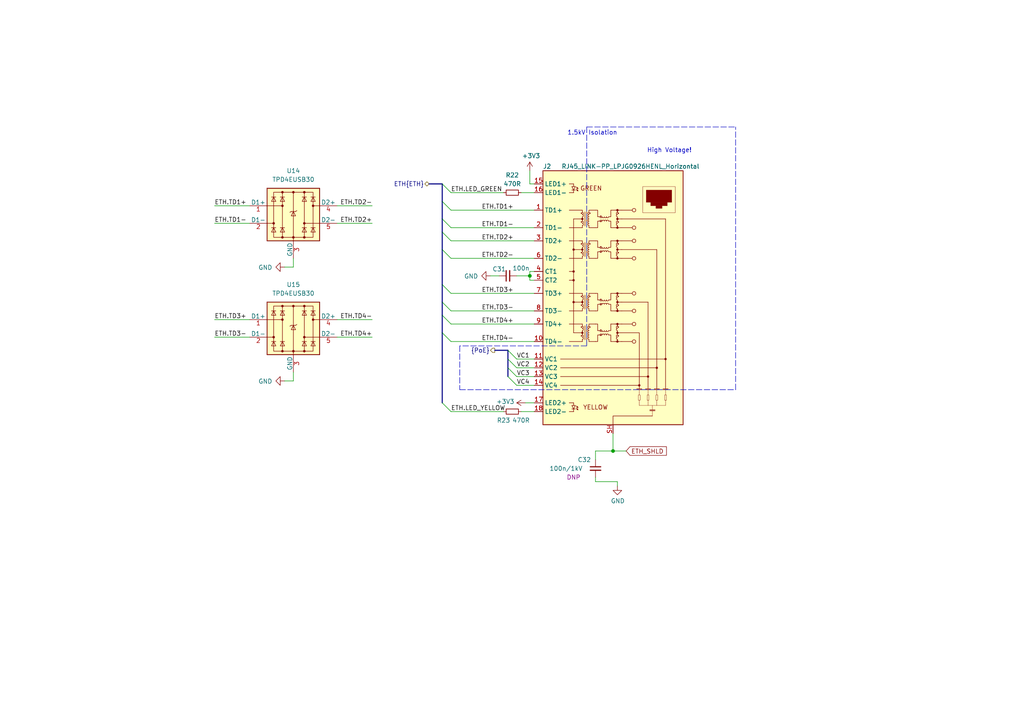
<source format=kicad_sch>
(kicad_sch (version 20211123) (generator eeschema)
  (paper "A4")
  (title_block (title "Ethernet") (date "2022-04-27") (rev "1.2b") (company "Nabu Casa") (comment 1 "www.nabucasa.com") (comment 2 "Yellow"))
  (lib_symbols
    (symbol "Device:C_Small" (pin_numbers hide) (pin_names (offset 0.254) hide)
      (property "Reference" "C" (at 0.254 1.778 0))
      (property "Value" "C_Small" (at 0.254 -2.032 0))
      (symbol "C_Small_0_1"
        (polyline (pts (xy -1.524 -0.508) (xy 1.524 -0.508)) (stroke (width 0.3302)))
        (polyline (pts (xy -1.524 0.508) (xy 1.524 0.508)) (stroke (width 0.3048)))
      )
      (symbol "C_Small_1_1"
        (pin passive line (at 0 2.54 270) (length 2.032) (name "~") (number "1"))
        (pin passive line (at 0 -2.54 90) (length 2.032) (name "~") (number "2"))
      )
    )
    (symbol "Device:R_Small" (pin_numbers hide) (pin_names (offset 0.254) hide)
      (property "Reference" "R" (at 0.762 0.508 0))
      (property "Value" "R_Small" (at 0.762 -1.016 0))
      (symbol "R_Small_0_1"
        (rectangle (start -0.762 1.778) (end 0.762 -1.778) (stroke (width 0.2032)))
      )
      (symbol "R_Small_1_1"
        (pin passive line (at 0 2.54 270) (length 0.762) (name "~") (number "1"))
        (pin passive line (at 0 -2.54 90) (length 0.762) (name "~") (number "2"))
      )
    )
    (symbol "Power_Protection:TPD4EUSB30_1" (pin_names (offset 0))
      (property "Reference" "U" (at -0.635 8.89 0))
      (property "Value" "TPD4EUSB30" (at 8.89 -10.16 0))
      (symbol "TPD4EUSB30_1_0_0"
        (rectangle (start -5.715 6.477) (end 5.715 -6.604))
        (polyline (pts (xy -3.175 -6.604) (xy -3.175 6.477)))
        (polyline (pts (xy 0 6.477) (xy 0 -6.604)))
        (polyline (pts (xy 3.175 6.477) (xy 3.175 -6.604)))
      )
      (symbol "TPD4EUSB30_1_0_1"
        (rectangle (start -7.62 7.62) (end 7.62 -7.62) (stroke (width 0.254)) (fill (type background)))
        (circle (center -5.715 -2.54) (radius 0.2794) (fill (type outline)))
        (circle (center -3.175 -6.604) (radius 0.2794) (fill (type outline)))
        (circle (center -3.175 2.54) (radius 0.2794) (fill (type outline)))
        (circle (center -3.175 6.477) (radius 0.2794) (fill (type outline)))
        (circle (center 0 -6.604) (radius 0.2794) (fill (type outline)))
        (polyline (pts (xy -7.747 2.54) (xy -3.175 2.54)))
        (polyline (pts (xy -7.62 -2.54) (xy -5.715 -2.54)))
        (polyline (pts (xy -5.08 -3.81) (xy -6.35 -3.81)))
        (polyline (pts (xy -5.08 5.08) (xy -6.35 5.08)))
        (polyline (pts (xy -2.54 -3.81) (xy -3.81 -3.81)))
        (polyline (pts (xy -2.54 5.08) (xy -3.81 5.08)))
        (polyline (pts (xy -0.635 0.889) (xy -1.016 0.635)))
        (polyline (pts (xy 0 -6.604) (xy 0 -7.62)))
        (polyline (pts (xy 0.635 0.889) (xy -0.635 0.889)))
        (polyline (pts (xy 0.635 0.889) (xy 1.016 1.143)))
        (polyline (pts (xy 3.81 -3.81) (xy 2.54 -3.81)))
        (polyline (pts (xy 3.81 5.08) (xy 2.54 5.08)))
        (polyline (pts (xy 6.35 -3.81) (xy 5.08 -3.81)))
        (polyline (pts (xy 6.35 5.08) (xy 5.08 5.08)))
        (polyline (pts (xy 7.62 -2.54) (xy 3.175 -2.54)))
        (polyline (pts (xy 7.62 2.54) (xy 5.715 2.54)))
        (polyline (pts (xy -5.08 -5.08) (xy -6.35 -5.08) (xy -5.715 -3.81) (xy -5.08 -5.08)))
        (polyline (pts (xy -5.08 3.81) (xy -6.35 3.81) (xy -5.715 5.08) (xy -5.08 3.81)))
        (polyline (pts (xy -2.54 -5.08) (xy -3.81 -5.08) (xy -3.175 -3.81) (xy -2.54 -5.08)))
        (polyline (pts (xy -2.54 3.81) (xy -3.81 3.81) (xy -3.175 5.08) (xy -2.54 3.81)))
        (polyline (pts (xy 0.635 -0.381) (xy -0.635 -0.381) (xy 0 0.889) (xy 0.635 -0.381)))
        (polyline (pts (xy 3.81 -5.08) (xy 2.54 -5.08) (xy 3.175 -3.81) (xy 3.81 -5.08)))
        (polyline (pts (xy 3.81 3.81) (xy 2.54 3.81) (xy 3.175 5.08) (xy 3.81 3.81)))
        (polyline (pts (xy 6.35 -5.08) (xy 5.08 -5.08) (xy 5.715 -3.81) (xy 6.35 -5.08)))
        (polyline (pts (xy 6.35 3.81) (xy 5.08 3.81) (xy 5.715 5.08) (xy 6.35 3.81)))
        (circle (center 0 6.477) (radius 0.2794) (fill (type outline)))
        (circle (center 3.175 -6.604) (radius 0.2794) (fill (type outline)))
        (circle (center 3.175 -2.54) (radius 0.2794) (fill (type outline)))
        (circle (center 3.175 6.477) (radius 0.2794) (fill (type outline)))
        (circle (center 5.715 2.54) (radius 0.2794) (fill (type outline)))
      )
      (symbol "TPD4EUSB30_1_1_1"
        (pin passive line (at -12.7 2.54 0) (length 5.08) (name "D1+") (number "1"))
        (pin passive line (at -12.7 2.54 0) (length 5.08) hide (name "D1+") (number "10"))
        (pin passive line (at -12.7 -2.54 0) (length 5.08) (name "D1-") (number "2"))
        (pin power_in line (at 0 -12.7 90) (length 5.08) (name "GND") (number "3"))
        (pin passive line (at 12.7 2.54 180) (length 5.08) (name "D2+") (number "4"))
        (pin passive line (at 12.7 -2.54 180) (length 5.08) (name "D2-") (number "5"))
        (pin passive line (at 12.7 -2.54 180) (length 5.08) hide (name "D2-") (number "6"))
        (pin passive line (at 12.7 2.54 180) (length 5.08) hide (name "D2+") (number "7"))
        (pin passive line (at 0 -12.7 90) (length 5.08) hide (name "GND") (number "8"))
        (pin passive line (at -12.7 -2.54 0) (length 5.08) hide (name "D1-") (number "9"))
      )
    )
    (symbol "Yellow:RJ45_LINK-PP_LPJG0926HENL_Horizontal"
      (property "Reference" "J" (at -20.32 38.1 0))
      (property "Value" "RJ45_LINK-PP_LPJG0926HENL_Horizontal" (at 5.08 38.1 0))
      (symbol "RJ45_LINK-PP_LPJG0926HENL_Horizontal_0_0"
        (polyline (pts (xy 7.62 -31.242) (xy 15.24 -31.242)) (stroke (width 0.0006)))
        (polyline (pts (xy 7.62 -29.718) (xy 7.62 -31.242)) (stroke (width 0.0006)))
        (polyline (pts (xy 7.62 -26.67) (xy 7.62 -28.194)) (stroke (width 0.0006)))
        (polyline (pts (xy 10.16 -29.718) (xy 10.16 -31.242)) (stroke (width 0.0006)))
        (polyline (pts (xy 10.16 -26.67) (xy 10.16 -28.194)) (stroke (width 0.0006)))
        (polyline (pts (xy 11.43 -34.29) (xy 11.43 -32.766)) (stroke (width 0.0006)))
        (polyline (pts (xy 11.43 -32.512) (xy 11.43 -31.242)) (stroke (width 0.0006)))
        (polyline (pts (xy 12.7 -29.718) (xy 12.7 -31.242)) (stroke (width 0.0006)))
        (polyline (pts (xy 12.7 -26.67) (xy 12.7 -28.194)) (stroke (width 0.0006)))
        (polyline (pts (xy 15.24 -29.718) (xy 15.24 -31.242)) (stroke (width 0.0006)))
        (polyline (pts (xy 15.24 -26.67) (xy 15.24 -28.194)) (stroke (width 0.0006)))
        (rectangle (start 7.366 -28.194) (end 7.874 -29.718) (stroke (width 0.0006)))
        (rectangle (start 8.636 32.258) (end 18.034 24.638) (stroke (width 0.0006)))
        (rectangle (start 9.652 31.242) (end 17.018 27.686) (stroke (width 0.0006)) (fill (type outline)))
        (rectangle (start 9.906 -28.194) (end 10.414 -29.718) (stroke (width 0.0006)))
        (rectangle (start 10.922 27.686) (end 15.748 26.67) (stroke (width 0.0006)) (fill (type outline)))
        (rectangle (start 12.446 -28.194) (end 12.954 -29.718) (stroke (width 0.0006)))
        (rectangle (start 12.446 26.67) (end 14.224 25.908) (stroke (width 0.0006)) (fill (type outline)))
        (rectangle (start 14.986 -28.194) (end 15.494 -29.718) (stroke (width 0.0006)))
        (text "GREEN" (at -6.35 31.75 0) (effects (font (size 1.27 1.27))))
        (text "YELLOW" (at -5.08 -31.75 0) (effects (font (size 1.27 1.27))))
      )
      (symbol "RJ45_LINK-PP_LPJG0926HENL_Horizontal_0_1"
        (rectangle (start -20.32 36.83) (end 20.32 -36.83) (stroke (width 0.254)) (fill (type background)))
        (circle (center -11.43 -1.27) (radius 0.254) (fill (type outline)))
        (circle (center -11.43 5.08) (radius 0.254) (fill (type outline)))
        (circle (center -11.43 7.62) (radius 0.254) (fill (type outline)))
        (circle (center -11.43 13.97) (radius 0.254) (fill (type outline)))
        (circle (center -9.144 -11.049) (radius 0.127) (fill (type outline)))
        (circle (center -9.144 -8.509) (radius 0.127) (fill (type outline)))
        (circle (center -9.144 -2.159) (radius 0.127) (fill (type outline)))
        (circle (center -9.144 0.381) (radius 0.127) (fill (type outline)))
        (circle (center -9.144 13.081) (radius 0.127) (fill (type outline)))
        (circle (center -9.144 15.621) (radius 0.127) (fill (type outline)))
        (circle (center -9.144 21.971) (radius 0.127) (fill (type outline)))
        (circle (center -9.144 24.511) (radius 0.127) (fill (type outline)))
        (arc (start -8.89 -12.065) (mid -8.5849 -11.7475) (end -8.89 -11.43))
        (arc (start -8.89 -11.43) (mid -8.5849 -11.1125) (end -8.89 -10.795))
        (circle (center -8.89 -10.16) (radius 0.254) (fill (type outline)))
        (arc (start -8.89 -9.525) (mid -8.5849 -9.2075) (end -8.89 -8.89))
        (arc (start -8.89 -8.89) (mid -8.5849 -8.5725) (end -8.89 -8.255))
        (arc (start -8.89 -3.175) (mid -8.5849 -2.8575) (end -8.89 -2.54))
        (arc (start -8.89 -2.54) (mid -8.5849 -2.2225) (end -8.89 -1.905))
        (circle (center -8.89 -1.27) (radius 0.254) (fill (type outline)))
        (arc (start -8.89 -0.635) (mid -8.5849 -0.3175) (end -8.89 0))
        (arc (start -8.89 0) (mid -8.5849 0.3175) (end -8.89 0.635))
        (arc (start -8.89 12.065) (mid -8.5849 12.3825) (end -8.89 12.7))
        (arc (start -8.89 12.7) (mid -8.5849 13.0175) (end -8.89 13.335))
        (circle (center -8.89 13.97) (radius 0.254) (fill (type outline)))
        (arc (start -8.89 14.605) (mid -8.5849 14.9225) (end -8.89 15.24))
        (arc (start -8.89 15.24) (mid -8.5849 15.5575) (end -8.89 15.875))
        (arc (start -8.89 20.955) (mid -8.5849 21.2725) (end -8.89 21.59))
        (arc (start -8.89 21.59) (mid -8.5849 21.9075) (end -8.89 22.225))
        (circle (center -8.89 22.86) (radius 0.254) (fill (type outline)))
        (arc (start -8.89 23.495) (mid -8.5849 23.8125) (end -8.89 24.13))
        (arc (start -8.89 24.13) (mid -8.5849 24.4475) (end -8.89 24.765))
        (arc (start -6.985 -11.43) (mid -7.2901 -11.7475) (end -6.985 -12.065))
        (arc (start -6.985 -10.795) (mid -7.2901 -11.1125) (end -6.985 -11.43))
        (arc (start -6.985 -10.16) (mid -7.2901 -10.4775) (end -6.985 -10.795))
        (arc (start -6.985 -9.525) (mid -7.2901 -9.8425) (end -6.985 -10.16))
        (arc (start -6.985 -8.89) (mid -7.2901 -9.2075) (end -6.985 -9.525))
        (arc (start -6.985 -8.255) (mid -7.2901 -8.5725) (end -6.985 -8.89))
        (arc (start -6.985 -2.54) (mid -7.2901 -2.8575) (end -6.985 -3.175))
        (arc (start -6.985 -1.905) (mid -7.2901 -2.2225) (end -6.985 -2.54))
        (arc (start -6.985 -1.27) (mid -7.2901 -1.5875) (end -6.985 -1.905))
        (arc (start -6.985 -0.635) (mid -7.2901 -0.9525) (end -6.985 -1.27))
        (arc (start -6.985 0) (mid -7.2901 -0.3175) (end -6.985 -0.635))
        (arc (start -6.985 0.635) (mid -7.2901 0.3175) (end -6.985 0))
        (arc (start -6.985 12.7) (mid -7.2901 12.3825) (end -6.985 12.065))
        (arc (start -6.985 13.335) (mid -7.2901 13.0175) (end -6.985 12.7))
        (arc (start -6.985 13.97) (mid -7.2901 13.6525) (end -6.985 13.335))
        (arc (start -6.985 14.605) (mid -7.2901 14.2875) (end -6.985 13.97))
        (arc (start -6.985 15.24) (mid -7.2901 14.9225) (end -6.985 14.605))
        (arc (start -6.985 15.875) (mid -7.2901 15.5575) (end -6.985 15.24))
        (arc (start -6.985 21.59) (mid -7.2901 21.2725) (end -6.985 20.955))
        (arc (start -6.985 22.225) (mid -7.2901 21.9075) (end -6.985 21.59))
        (arc (start -6.985 22.86) (mid -7.2901 22.5425) (end -6.985 22.225))
        (arc (start -6.985 23.495) (mid -7.2901 23.1775) (end -6.985 22.86))
        (arc (start -6.985 24.13) (mid -7.2901 23.8125) (end -6.985 23.495))
        (arc (start -6.985 24.765) (mid -7.2901 24.4475) (end -6.985 24.13))
        (circle (center -6.731 -8.509) (radius 0.127) (fill (type outline)))
        (circle (center -6.731 0.381) (radius 0.127) (fill (type outline)))
        (circle (center -6.731 15.621) (radius 0.127) (fill (type outline)))
        (circle (center -6.731 24.511) (radius 0.127) (fill (type outline)))
        (arc (start -3.81 -9.525) (mid -3.4925 -9.8301) (end -3.175 -9.525))
        (arc (start -3.81 -0.635) (mid -3.4925 -0.9401) (end -3.175 -0.635))
        (arc (start -3.81 14.605) (mid -3.4925 14.2999) (end -3.175 14.605))
        (arc (start -3.81 23.495) (mid -3.4925 23.1899) (end -3.175 23.495))
        (circle (center -3.5306 -10.8966) (radius 0.127) (fill (type outline)))
        (circle (center -3.5306 -9.3726) (radius 0.127) (fill (type outline)))
        (circle (center -3.5306 -2.0066) (radius 0.127) (fill (type outline)))
        (circle (center -3.5306 -0.4826) (radius 0.127) (fill (type outline)))
        (circle (center -3.5306 13.2334) (radius 0.127) (fill (type outline)))
        (circle (center -3.5306 14.7574) (radius 0.127) (fill (type outline)))
        (circle (center -3.5306 22.1234) (radius 0.127) (fill (type outline)))
        (circle (center -3.5306 23.6474) (radius 0.127) (fill (type outline)))
        (arc (start -3.175 -10.795) (mid -3.4925 -10.4899) (end -3.81 -10.795))
        (arc (start -3.175 -9.525) (mid -2.8575 -9.8301) (end -2.54 -9.525))
        (arc (start -3.175 -1.905) (mid -3.4925 -1.5999) (end -3.81 -1.905))
        (arc (start -3.175 -0.635) (mid -2.8575 -0.9401) (end -2.54 -0.635))
        (arc (start -3.175 13.335) (mid -3.4925 13.6401) (end -3.81 13.335))
        (arc (start -3.175 14.605) (mid -2.8575 14.2999) (end -2.54 14.605))
        (arc (start -3.175 22.225) (mid -3.4925 22.5301) (end -3.81 22.225))
        (arc (start -3.175 23.495) (mid -2.8575 23.1899) (end -2.54 23.495))
        (arc (start -2.54 -10.795) (mid -2.8575 -10.4899) (end -3.175 -10.795))
        (arc (start -2.54 -9.525) (mid -2.2225 -9.8301) (end -1.905 -9.525))
        (arc (start -2.54 -1.905) (mid -2.8575 -1.5999) (end -3.175 -1.905))
        (arc (start -2.54 -0.635) (mid -2.2225 -0.9401) (end -1.905 -0.635))
        (arc (start -2.54 13.335) (mid -2.8575 13.6401) (end -3.175 13.335))
        (arc (start -2.54 14.605) (mid -2.2225 14.2999) (end -1.905 14.605))
        (arc (start -2.54 22.225) (mid -2.8575 22.5301) (end -3.175 22.225))
        (arc (start -2.54 23.495) (mid -2.2225 23.1899) (end -1.905 23.495))
        (arc (start -1.905 -10.795) (mid -2.2225 -10.4899) (end -2.54 -10.795))
        (arc (start -1.905 -9.525) (mid -1.5875 -9.8301) (end -1.27 -9.525))
        (arc (start -1.905 -1.905) (mid -2.2225 -1.5999) (end -2.54 -1.905))
        (arc (start -1.905 -0.635) (mid -1.5875 -0.9401) (end -1.27 -0.635))
        (arc (start -1.905 13.335) (mid -2.2225 13.6401) (end -2.54 13.335))
        (arc (start -1.905 14.605) (mid -1.5875 14.2999) (end -1.27 14.605))
        (arc (start -1.905 22.225) (mid -2.2225 22.5301) (end -2.54 22.225))
        (arc (start -1.905 23.495) (mid -1.5875 23.1899) (end -1.27 23.495))
        (arc (start -1.27 -10.795) (mid -1.5875 -10.4899) (end -1.905 -10.795))
        (arc (start -1.27 -1.905) (mid -1.5875 -1.5999) (end -1.905 -1.905))
        (arc (start -1.27 13.335) (mid -1.5875 13.6401) (end -1.905 13.335))
        (arc (start -1.27 22.225) (mid -1.5875 22.5301) (end -1.905 22.225))
        (polyline (pts (xy -15.24 -25.4) (xy 7.62 -25.4)))
        (polyline (pts (xy -15.24 -22.86) (xy 10.16 -22.86)))
        (polyline (pts (xy -15.24 -20.32) (xy 12.7 -20.32)))
        (polyline (pts (xy -15.24 -17.78) (xy 15.24 -17.78)))
        (polyline (pts (xy -12.7 -12.7) (xy -8.89 -12.7)))
        (polyline (pts (xy -12.7 -7.62) (xy -8.89 -7.62)))
        (polyline (pts (xy -12.7 -3.81) (xy -8.89 -3.81)))
        (polyline (pts (xy -12.7 1.27) (xy -8.89 1.27)))
        (polyline (pts (xy -12.7 5.08) (xy -11.43 5.08)))
        (polyline (pts (xy -12.7 7.62) (xy -11.43 7.62)))
        (polyline (pts (xy -12.7 11.43) (xy -8.89 11.43)))
        (polyline (pts (xy -12.7 16.51) (xy -8.89 16.51)))
        (polyline (pts (xy -12.7 20.32) (xy -8.89 20.32)))
        (polyline (pts (xy -12.7 25.4) (xy -8.89 25.4)))
        (polyline (pts (xy -11.43 -10.16) (xy -11.43 22.86)))
        (polyline (pts (xy -11.43 -10.16) (xy -8.89 -10.16)))
        (polyline (pts (xy -11.43 -1.27) (xy -8.89 -1.27)))
        (polyline (pts (xy -11.43 13.97) (xy -8.89 13.97)))
        (polyline (pts (xy -11.43 22.86) (xy -8.89 22.86)))
        (polyline (pts (xy -8.89 -12.7) (xy -8.89 -12.065)))
        (polyline (pts (xy -8.89 -10.16) (xy -8.89 -10.795)))
        (polyline (pts (xy -8.89 -10.16) (xy -8.89 -9.525)))
        (polyline (pts (xy -8.89 -7.62) (xy -8.89 -8.255)))
        (polyline (pts (xy -8.89 -3.81) (xy -8.89 -3.175)))
        (polyline (pts (xy -8.89 -1.27) (xy -8.89 -1.905)))
        (polyline (pts (xy -8.89 -1.27) (xy -8.89 -0.635)))
        (polyline (pts (xy -8.89 1.27) (xy -8.89 0.635)))
        (polyline (pts (xy -8.89 11.43) (xy -8.89 12.065)))
        (polyline (pts (xy -8.89 13.97) (xy -8.89 13.335)))
        (polyline (pts (xy -8.89 13.97) (xy -8.89 14.605)))
        (polyline (pts (xy -8.89 16.51) (xy -8.89 15.875)))
        (polyline (pts (xy -8.89 20.32) (xy -8.89 20.955)))
        (polyline (pts (xy -8.89 22.86) (xy -8.89 22.225)))
        (polyline (pts (xy -8.89 22.86) (xy -8.89 23.495)))
        (polyline (pts (xy -8.89 25.4) (xy -8.89 24.765)))
        (polyline (pts (xy -8.128 -12.192) (xy -8.128 -8.128)))
        (polyline (pts (xy -8.128 -3.302) (xy -8.128 0.762)))
        (polyline (pts (xy -8.128 11.938) (xy -8.128 16.002)))
        (polyline (pts (xy -8.128 20.828) (xy -8.128 24.892)))
        (polyline (pts (xy -7.62 -12.192) (xy -7.62 -8.128)))
        (polyline (pts (xy -7.62 -3.302) (xy -7.62 0.762)))
        (polyline (pts (xy -7.62 11.938) (xy -7.62 16.002)))
        (polyline (pts (xy -7.62 20.828) (xy -7.62 24.892)))
        (polyline (pts (xy -4.445 -9.525) (xy -3.81 -9.525)))
        (polyline (pts (xy -4.445 -0.635) (xy -3.81 -0.635)))
        (polyline (pts (xy -4.445 14.605) (xy -3.81 14.605)))
        (polyline (pts (xy -4.445 23.495) (xy -3.81 23.495)))
        (polyline (pts (xy -0.635 -12.7) (xy 0.635 -12.7)))
        (polyline (pts (xy -0.635 -7.62) (xy 0.635 -7.62)))
        (polyline (pts (xy -0.635 -3.81) (xy 0.635 -3.81)))
        (polyline (pts (xy -0.635 1.27) (xy 0.635 1.27)))
        (polyline (pts (xy -0.635 11.43) (xy 0.635 11.43)))
        (polyline (pts (xy -0.635 16.51) (xy 0.635 16.51)))
        (polyline (pts (xy -0.635 20.32) (xy 0.635 20.32)))
        (polyline (pts (xy -0.635 25.4) (xy 0.635 25.4)))
        (polyline (pts (xy 1.27 -12.7) (xy 1.27 -12.065)))
        (polyline (pts (xy 1.27 -10.16) (xy 1.27 -10.795)))
        (polyline (pts (xy 1.27 -10.16) (xy 1.27 -9.525)))
        (polyline (pts (xy 1.27 -7.62) (xy 1.27 -8.255)))
        (polyline (pts (xy 1.27 -3.81) (xy 1.27 -3.175)))
        (polyline (pts (xy 1.27 -1.27) (xy 1.27 -1.905)))
        (polyline (pts (xy 1.27 -1.27) (xy 1.27 -0.635)))
        (polyline (pts (xy 1.27 1.27) (xy 1.27 0.635)))
        (polyline (pts (xy 1.27 11.43) (xy 1.27 12.065)))
        (polyline (pts (xy 1.27 13.97) (xy 1.27 13.335)))
        (polyline (pts (xy 1.27 13.97) (xy 1.27 14.605)))
        (polyline (pts (xy 1.27 16.51) (xy 1.27 15.875)))
        (polyline (pts (xy 1.27 20.32) (xy 1.27 20.955)))
        (polyline (pts (xy 1.27 22.86) (xy 1.27 22.225)))
        (polyline (pts (xy 1.27 22.86) (xy 1.27 23.495)))
        (polyline (pts (xy 1.27 25.4) (xy 1.27 24.765)))
        (polyline (pts (xy 2.54 -12.7) (xy 1.27 -12.7)))
        (polyline (pts (xy 2.54 -12.7) (xy 5.588 -12.7)))
        (polyline (pts (xy 2.54 -10.16) (xy 1.27 -10.16)))
        (polyline (pts (xy 2.54 -10.16) (xy 7.62 -10.16)))
        (polyline (pts (xy 2.54 -7.62) (xy 1.27 -7.62)))
        (polyline (pts (xy 2.54 -7.62) (xy 5.588 -7.62)))
        (polyline (pts (xy 2.54 -3.81) (xy 1.27 -3.81)))
        (polyline (pts (xy 2.54 -3.81) (xy 5.588 -3.81)))
        (polyline (pts (xy 2.54 -1.27) (xy 1.27 -1.27)))
        (polyline (pts (xy 2.54 -1.27) (xy 10.16 -1.27)))
        (polyline (pts (xy 2.54 1.27) (xy 1.27 1.27)))
        (polyline (pts (xy 2.54 1.27) (xy 5.588 1.27)))
        (polyline (pts (xy 2.54 11.43) (xy 1.27 11.43)))
        (polyline (pts (xy 2.54 11.43) (xy 5.588 11.43)))
        (polyline (pts (xy 2.54 13.97) (xy 1.27 13.97)))
        (polyline (pts (xy 2.54 13.97) (xy 12.7 13.97)))
        (polyline (pts (xy 2.54 16.51) (xy 1.27 16.51)))
        (polyline (pts (xy 2.54 16.51) (xy 5.588 16.51)))
        (polyline (pts (xy 2.54 20.32) (xy 1.27 20.32)))
        (polyline (pts (xy 2.54 20.32) (xy 5.588 20.32)))
        (polyline (pts (xy 2.54 22.86) (xy 1.27 22.86)))
        (polyline (pts (xy 2.54 25.4) (xy 1.27 25.4)))
        (polyline (pts (xy 2.54 25.4) (xy 5.588 25.4)))
        (polyline (pts (xy 7.62 -26.416) (xy 7.62 -10.16)))
        (polyline (pts (xy 8.382 -26.67) (xy 6.858 -26.67)))
        (polyline (pts (xy 8.382 -26.416) (xy 6.858 -26.416)))
        (polyline (pts (xy 10.16 -26.416) (xy 10.16 -1.27)))
        (polyline (pts (xy 10.922 -26.67) (xy 9.398 -26.67)))
        (polyline (pts (xy 10.922 -26.416) (xy 9.398 -26.416)))
        (polyline (pts (xy 12.192 -32.766) (xy 10.668 -32.766)))
        (polyline (pts (xy 12.192 -32.512) (xy 10.668 -32.512)))
        (polyline (pts (xy 12.7 -26.416) (xy 12.7 13.97)))
        (polyline (pts (xy 13.462 -26.67) (xy 11.938 -26.67)))
        (polyline (pts (xy 13.462 -26.416) (xy 11.938 -26.416)))
        (polyline (pts (xy 15.24 -26.416) (xy 15.24 22.86)))
        (polyline (pts (xy 15.24 22.86) (xy 2.54 22.86)))
        (polyline (pts (xy 16.002 -26.67) (xy 14.478 -26.67)))
        (polyline (pts (xy 16.002 -26.416) (xy 14.478 -26.416)))
        (polyline (pts (xy -6.985 -12.065) (xy -6.985 -12.7) (xy -5.08 -12.7)))
        (polyline (pts (xy -6.985 -8.255) (xy -6.985 -7.62) (xy -5.08 -7.62)))
        (polyline (pts (xy -6.985 -3.175) (xy -6.985 -3.81) (xy -5.08 -3.81)))
        (polyline (pts (xy -6.985 0.635) (xy -6.985 1.27) (xy -5.08 1.27)))
        (polyline (pts (xy -6.985 12.065) (xy -6.985 11.43) (xy -5.08 11.43)))
        (polyline (pts (xy -6.985 15.875) (xy -6.985 16.51) (xy -5.08 16.51)))
        (polyline (pts (xy -6.985 20.955) (xy -6.985 20.32) (xy -5.08 20.32)))
        (polyline (pts (xy -6.985 24.765) (xy -6.985 25.4) (xy -5.08 25.4)))
        (polyline (pts (xy -5.08 -7.62) (xy -4.445 -7.62) (xy -4.445 -9.525)))
        (polyline (pts (xy -5.08 1.27) (xy -4.445 1.27) (xy -4.445 -0.635)))
        (polyline (pts (xy -5.08 16.51) (xy -4.445 16.51) (xy -4.445 14.605)))
        (polyline (pts (xy -5.08 25.4) (xy -4.445 25.4) (xy -4.445 23.495)))
        (polyline (pts (xy -1.27 -10.795) (xy -0.635 -10.795) (xy -0.635 -12.7)))
        (polyline (pts (xy -1.27 -9.525) (xy -0.635 -9.525) (xy -0.635 -7.62)))
        (polyline (pts (xy -1.27 -1.905) (xy -0.635 -1.905) (xy -0.635 -3.81)))
        (polyline (pts (xy -1.27 -0.635) (xy -0.635 -0.635) (xy -0.635 1.27)))
        (polyline (pts (xy -1.27 13.335) (xy -0.635 13.335) (xy -0.635 11.43)))
        (polyline (pts (xy -1.27 14.605) (xy -0.635 14.605) (xy -0.635 16.51)))
        (polyline (pts (xy -1.27 22.225) (xy -0.635 22.225) (xy -0.635 20.32)))
        (polyline (pts (xy -1.27 23.495) (xy -0.635 23.495) (xy -0.635 25.4)))
        (polyline (pts (xy 0.635 -12.7) (xy 1.27 -12.7) (xy 1.27 -12.065)))
        (polyline (pts (xy 0.635 -7.62) (xy 1.27 -7.62) (xy 1.27 -8.255)))
        (polyline (pts (xy 0.635 -3.81) (xy 1.27 -3.81) (xy 1.27 -3.175)))
        (polyline (pts (xy 0.635 1.27) (xy 1.27 1.27) (xy 1.27 0.635)))
        (polyline (pts (xy 0.635 11.43) (xy 1.27 11.43) (xy 1.27 12.065)))
        (polyline (pts (xy 0.635 16.51) (xy 1.27 16.51) (xy 1.27 15.875)))
        (polyline (pts (xy 0.635 20.32) (xy 1.27 20.32) (xy 1.27 20.955)))
        (polyline (pts (xy 0.635 25.4) (xy 1.27 25.4) (xy 1.27 24.765)))
        (polyline (pts (xy 11.43 -34.29) (xy 0 -34.29) (xy 0 -36.83)))
        (polyline (pts (xy -5.08 -12.7) (xy -4.445 -12.7) (xy -4.445 -10.795) (xy -3.81 -10.795)))
        (polyline (pts (xy -5.08 -3.81) (xy -4.445 -3.81) (xy -4.445 -1.905) (xy -3.81 -1.905)))
        (polyline (pts (xy -5.08 11.43) (xy -4.445 11.43) (xy -4.445 13.335) (xy -3.81 13.335)))
        (polyline (pts (xy -5.08 20.32) (xy -4.445 20.32) (xy -4.445 22.225) (xy -3.81 22.225)))
        (circle (center 1.27 -12.7) (radius 0.254) (fill (type outline)))
        (arc (start 1.27 -11.43) (mid 0.9395 -11.7475) (end 1.27 -12.065))
        (arc (start 1.27 -10.795) (mid 0.9395 -11.1125) (end 1.27 -11.43))
        (circle (center 1.27 -10.16) (radius 0.254) (fill (type outline)))
        (arc (start 1.27 -8.89) (mid 0.9395 -9.2075) (end 1.27 -9.525))
        (arc (start 1.27 -8.255) (mid 0.9395 -8.5725) (end 1.27 -8.89))
        (circle (center 1.27 -7.62) (radius 0.254) (fill (type outline)))
        (circle (center 1.27 -3.81) (radius 0.254) (fill (type outline)))
        (arc (start 1.27 -2.54) (mid 0.9395 -2.8575) (end 1.27 -3.175))
        (arc (start 1.27 -1.905) (mid 0.9395 -2.2225) (end 1.27 -2.54))
        (circle (center 1.27 -1.27) (radius 0.254) (fill (type outline)))
        (arc (start 1.27 0) (mid 0.9395 -0.3175) (end 1.27 -0.635))
        (arc (start 1.27 0.635) (mid 0.9395 0.3175) (end 1.27 0))
        (circle (center 1.27 1.27) (radius 0.254) (fill (type outline)))
        (circle (center 1.27 11.43) (radius 0.254) (fill (type outline)))
        (arc (start 1.27 12.7) (mid 0.9395 12.3825) (end 1.27 12.065))
        (arc (start 1.27 13.335) (mid 0.9395 13.0175) (end 1.27 12.7))
        (circle (center 1.27 13.97) (radius 0.254) (fill (type outline)))
        (arc (start 1.27 15.24) (mid 0.9395 14.9225) (end 1.27 14.605))
        (arc (start 1.27 15.875) (mid 0.9395 15.5575) (end 1.27 15.24))
        (circle (center 1.27 16.51) (radius 0.254) (fill (type outline)))
        (circle (center 1.27 20.32) (radius 0.254) (fill (type outline)))
        (arc (start 1.27 21.59) (mid 0.9395 21.2725) (end 1.27 20.955))
        (arc (start 1.27 22.225) (mid 0.9395 21.9075) (end 1.27 21.59))
        (circle (center 1.27 22.86) (radius 0.254) (fill (type outline)))
        (arc (start 1.27 24.13) (mid 0.9395 23.8125) (end 1.27 23.495))
        (arc (start 1.27 24.765) (mid 0.9395 24.4475) (end 1.27 24.13))
        (circle (center 1.27 25.4) (radius 0.254) (fill (type outline)))
        (circle (center 1.524 -11.049) (radius 0.127) (fill (type outline)))
        (circle (center 1.524 -8.509) (radius 0.127) (fill (type outline)))
        (circle (center 1.524 -2.159) (radius 0.127) (fill (type outline)))
        (circle (center 1.524 0.381) (radius 0.127) (fill (type outline)))
        (circle (center 1.524 13.081) (radius 0.127) (fill (type outline)))
        (circle (center 1.524 15.621) (radius 0.127) (fill (type outline)))
        (circle (center 1.524 21.971) (radius 0.127) (fill (type outline)))
        (circle (center 1.524 24.511) (radius 0.127) (fill (type outline)))
        (circle (center 6.096 -12.7) (radius 0.508))
        (circle (center 6.096 -7.62) (radius 0.508))
        (circle (center 6.096 -3.81) (radius 0.508))
        (circle (center 6.096 1.27) (radius 0.508))
        (circle (center 6.096 11.43) (radius 0.508))
        (circle (center 6.096 16.51) (radius 0.508))
        (circle (center 6.096 20.32) (radius 0.508))
        (circle (center 6.096 25.4) (radius 0.508))
        (circle (center 7.62 -25.4) (radius 0.254) (fill (type outline)))
        (circle (center 10.16 -22.86) (radius 0.254) (fill (type outline)))
        (circle (center 12.7 -20.32) (radius 0.254) (fill (type outline)))
        (circle (center 15.24 -17.78) (radius 0.254) (fill (type outline)))
      )
      (symbol "RJ45_LINK-PP_LPJG0926HENL_Horizontal_1_1"
        (polyline (pts (xy -12.7 -33.02) (xy -11.43 -33.02)))
        (polyline (pts (xy -12.7 -30.48) (xy -11.43 -30.48)))
        (polyline (pts (xy -12.7 30.48) (xy -11.43 30.48)))
        (polyline (pts (xy -12.7 33.02) (xy -11.43 33.02)))
        (polyline (pts (xy -11.938 -32.258) (xy -10.922 -32.258)))
        (polyline (pts (xy -11.938 31.242) (xy -10.922 31.242)))
        (polyline (pts (xy -11.43 -33.02) (xy -11.43 -32.258)))
        (polyline (pts (xy -11.43 -30.48) (xy -11.43 -31.242)))
        (polyline (pts (xy -11.43 30.48) (xy -11.43 31.242)))
        (polyline (pts (xy -11.43 33.02) (xy -11.43 32.258)))
        (polyline (pts (xy -10.16 -32.512) (xy -10.287 -32.131)))
        (polyline (pts (xy -10.16 -31.877) (xy -10.287 -31.496)))
        (polyline (pts (xy -10.16 30.988) (xy -10.287 31.369)))
        (polyline (pts (xy -10.16 31.623) (xy -10.287 32.004)))
        (polyline (pts (xy -10.668 -32.004) (xy -10.16 -32.512) (xy -10.541 -32.385)))
        (polyline (pts (xy -10.668 -31.369) (xy -10.16 -31.877) (xy -10.541 -31.75)))
        (polyline (pts (xy -10.668 31.496) (xy -10.16 30.988) (xy -10.541 31.115)))
        (polyline (pts (xy -10.668 32.131) (xy -10.16 31.623) (xy -10.541 31.75)))
        (polyline (pts (xy -11.43 -32.258) (xy -11.938 -31.242) (xy -10.922 -31.242) (xy -11.43 -32.258)))
        (polyline (pts (xy -11.43 31.242) (xy -11.938 32.258) (xy -10.922 32.258) (xy -11.43 31.242)))
        (pin passive line (at -22.86 25.4 0) (length 2.54) (name "TD1+") (number "1"))
        (pin passive line (at -22.86 -12.7 0) (length 2.54) (name "TD4-") (number "10"))
        (pin passive line (at -22.86 -17.78 0) (length 2.54) (name "VC1") (number "11"))
        (pin passive line (at -22.86 -20.32 0) (length 2.54) (name "VC2") (number "12"))
        (pin passive line (at -22.86 -22.86 0) (length 2.54) (name "VC3") (number "13"))
        (pin passive line (at -22.86 -25.4 0) (length 2.54) (name "VC4") (number "14"))
        (pin passive line (at -22.86 33.02 0) (length 2.54) (name "LED1+") (number "15"))
        (pin passive line (at -22.86 30.48 0) (length 2.54) (name "LED1-") (number "16"))
        (pin passive line (at -22.86 -30.48 0) (length 2.54) (name "LED2+") (number "17"))
        (pin passive line (at -22.86 -33.02 0) (length 2.54) (name "LED2-") (number "18"))
        (pin passive line (at -22.86 20.32 0) (length 2.54) (name "TD1-") (number "2"))
        (pin passive line (at -22.86 16.51 0) (length 2.54) (name "TD2+") (number "3"))
        (pin passive line (at -22.86 7.62 0) (length 2.54) (name "CT1") (number "4"))
        (pin passive line (at -22.86 5.08 0) (length 2.54) (name "CT2") (number "5"))
        (pin passive line (at -22.86 11.43 0) (length 2.54) (name "TD2-") (number "6"))
        (pin passive line (at -22.86 1.27 0) (length 2.54) (name "TD3+") (number "7"))
        (pin passive line (at -22.86 -3.81 0) (length 2.54) (name "TD3-") (number "8"))
        (pin passive line (at -22.86 -7.62 0) (length 2.54) (name "TD4+") (number "9"))
        (pin passive line (at 0 -39.37 90) (length 2.54) (name "~") (number "SH"))
      )
    )
    (symbol "Yellow:TPD4EUSB30" (pin_names (offset 0))
      (property "Reference" "U" (at -0.635 8.89 0))
      (property "Value" "TPD4EUSB30" (at 8.89 -10.16 0))
      (symbol "TPD4EUSB30_0_0"
        (rectangle (start -5.715 6.477) (end 5.715 -6.604))
        (polyline (pts (xy -3.175 -6.604) (xy -3.175 6.477)))
        (polyline (pts (xy 0 6.477) (xy 0 -6.604)))
        (polyline (pts (xy 3.175 6.477) (xy 3.175 -6.604)))
      )
      (symbol "TPD4EUSB30_0_1"
        (rectangle (start -7.62 7.62) (end 7.62 -7.62) (stroke (width 0.254)) (fill (type background)))
        (circle (center -5.715 -2.54) (radius 0.2794) (fill (type outline)))
        (circle (center -3.175 -6.604) (radius 0.2794) (fill (type outline)))
        (circle (center -3.175 2.54) (radius 0.2794) (fill (type outline)))
        (circle (center -3.175 6.477) (radius 0.2794) (fill (type outline)))
        (circle (center 0 -6.604) (radius 0.2794) (fill (type outline)))
        (polyline (pts (xy -7.747 2.54) (xy -3.175 2.54)))
        (polyline (pts (xy -7.62 -2.54) (xy -5.715 -2.54)))
        (polyline (pts (xy -5.08 -3.81) (xy -6.35 -3.81)))
        (polyline (pts (xy -5.08 5.08) (xy -6.35 5.08)))
        (polyline (pts (xy -2.54 -3.81) (xy -3.81 -3.81)))
        (polyline (pts (xy -2.54 5.08) (xy -3.81 5.08)))
        (polyline (pts (xy -0.635 0.889) (xy -1.016 0.635)))
        (polyline (pts (xy 0 -6.604) (xy 0 -7.62)))
        (polyline (pts (xy 0.635 0.889) (xy -0.635 0.889)))
        (polyline (pts (xy 0.635 0.889) (xy 1.016 1.143)))
        (polyline (pts (xy 3.81 -3.81) (xy 2.54 -3.81)))
        (polyline (pts (xy 3.81 5.08) (xy 2.54 5.08)))
        (polyline (pts (xy 6.35 -3.81) (xy 5.08 -3.81)))
        (polyline (pts (xy 6.35 5.08) (xy 5.08 5.08)))
        (polyline (pts (xy 7.62 -2.54) (xy 3.175 -2.54)))
        (polyline (pts (xy 7.62 2.54) (xy 5.715 2.54)))
        (polyline (pts (xy -5.08 -5.08) (xy -6.35 -5.08) (xy -5.715 -3.81) (xy -5.08 -5.08)))
        (polyline (pts (xy -5.08 3.81) (xy -6.35 3.81) (xy -5.715 5.08) (xy -5.08 3.81)))
        (polyline (pts (xy -2.54 -5.08) (xy -3.81 -5.08) (xy -3.175 -3.81) (xy -2.54 -5.08)))
        (polyline (pts (xy -2.54 3.81) (xy -3.81 3.81) (xy -3.175 5.08) (xy -2.54 3.81)))
        (polyline (pts (xy 0.635 -0.381) (xy -0.635 -0.381) (xy 0 0.889) (xy 0.635 -0.381)))
        (polyline (pts (xy 3.81 -5.08) (xy 2.54 -5.08) (xy 3.175 -3.81) (xy 3.81 -5.08)))
        (polyline (pts (xy 3.81 3.81) (xy 2.54 3.81) (xy 3.175 5.08) (xy 3.81 3.81)))
        (polyline (pts (xy 6.35 -5.08) (xy 5.08 -5.08) (xy 5.715 -3.81) (xy 6.35 -5.08)))
        (polyline (pts (xy 6.35 3.81) (xy 5.08 3.81) (xy 5.715 5.08) (xy 6.35 3.81)))
        (circle (center 0 6.477) (radius 0.2794) (fill (type outline)))
        (circle (center 3.175 -6.604) (radius 0.2794) (fill (type outline)))
        (circle (center 3.175 -2.54) (radius 0.2794) (fill (type outline)))
        (circle (center 3.175 6.477) (radius 0.2794) (fill (type outline)))
        (circle (center 5.715 2.54) (radius 0.2794) (fill (type outline)))
      )
      (symbol "TPD4EUSB30_1_1"
        (pin passive line (at -12.7 2.54 0) (length 5.08) (name "D1+") (number "1"))
        (pin passive line (at -12.7 2.54 0) (length 5.08) hide (name "D1+") (number "10"))
        (pin passive line (at -12.7 -2.54 0) (length 5.08) (name "D1-") (number "2"))
        (pin power_in line (at 0 -12.7 90) (length 5.08) (name "GND") (number "3"))
        (pin passive line (at 12.7 2.54 180) (length 5.08) (name "D2+") (number "4"))
        (pin passive line (at 12.7 -2.54 180) (length 5.08) (name "D2-") (number "5"))
        (pin passive line (at 12.7 -2.54 180) (length 5.08) hide (name "D2-") (number "6"))
        (pin passive line (at 12.7 2.54 180) (length 5.08) hide (name "D2+") (number "7"))
        (pin passive line (at 0 -12.7 90) (length 5.08) hide (name "GND") (number "8"))
        (pin passive line (at -12.7 -2.54 0) (length 5.08) hide (name "D1-") (number "9"))
      )
    )
    (symbol "power:+3V3" (power) (pin_names (offset 0))
      (property "Value" "+3V3" (at 0 3.556 0))
      (symbol "+3V3_0_1"
        (polyline (pts (xy -0.762 1.27) (xy 0 2.54)))
        (polyline (pts (xy 0 0) (xy 0 2.54)))
        (polyline (pts (xy 0 2.54) (xy 0.762 1.27)))
      )
      (symbol "+3V3_1_1"
        (pin power_in line (at 0 0 90) (length 0) hide (name "+3V3") (number "1"))
      )
    )
    (symbol "power:GND" (power) (pin_names (offset 0))
      (property "Value" "GND" (at 0 -3.81 0))
      (symbol "GND_0_1"
        (polyline (pts (xy 0 0) (xy 0 -1.27) (xy 1.27 -1.27) (xy 0 -2.54) (xy -1.27 -1.27) (xy 0 -1.27)))
      )
      (symbol "GND_1_1"
        (pin power_in line (at 0 0 270) (length 0) hide (name "GND") (number "1"))
      )
    )
  )
  (bus_alias "ETH" (members "TD1+" "TD1-" "TD2+" "TD2-" "TD3+" "TD3-" "TD4+" "TD4-" "LED_YELLOW" "LED_GREEN"))
  (bus_alias "PoE" (members "VC1" "VC2" "VC3" "VC4"))
  (junction (at 177.8 130.81))
  (junction (at 153.67 80.01) (diameter 0.9144))
  (bus_entry (at 128.27 58.42) (size 2.54 2.54) (stroke (width 0.1524)))
  (bus_entry (at 128.27 53.34) (size 2.54 2.54) (stroke (width 0.1524)))
  (bus_entry (at 149.86 111.76) (size -2.54 -2.54) (stroke (width 0.1524)))
  (bus_entry (at 128.27 82.55) (size 2.54 2.54) (stroke (width 0.1524)))
  (bus_entry (at 128.27 67.31) (size 2.54 2.54) (stroke (width 0.1524)))
  (bus_entry (at 128.27 63.5) (size 2.54 2.54) (stroke (width 0.1524)))
  (bus_entry (at 149.86 109.22) (size -2.54 -2.54) (stroke (width 0.1524)))
  (bus_entry (at 128.27 72.39) (size 2.54 2.54) (stroke (width 0.1524)))
  (bus_entry (at 149.86 106.68) (size -2.54 -2.54) (stroke (width 0.1524)))
  (bus_entry (at 128.27 91.44) (size 2.54 2.54) (stroke (width 0.1524)))
  (bus_entry (at 128.27 116.84) (size 2.54 2.54) (stroke (width 0.1524)))
  (bus_entry (at 128.27 96.52) (size 2.54 2.54) (stroke (width 0.1524)))
  (bus_entry (at 128.27 87.63) (size 2.54 2.54) (stroke (width 0.1524)))
  (bus_entry (at 149.86 104.14) (size -2.54 -2.54) (stroke (width 0.1524)))
  (polyline (pts (xy 170.18 36.83) (xy 170.18 100.33)) (stroke (width 0) (type dash)))
  (bus (pts (xy 147.32 101.6) (xy 147.32 104.14)))
  (bus (pts (xy 147.32 104.14) (xy 147.32 106.68)))
  (bus (pts (xy 147.32 106.68) (xy 147.32 109.22)))
  (wire (pts (xy 62.23 64.77) (xy 72.39 64.77)))
  (wire (pts (xy 130.81 69.85) (xy 154.94 69.85)))
  (wire (pts (xy 152.4 116.84) (xy 154.94 116.84)))
  (wire (pts (xy 85.09 77.47) (xy 82.55 77.47)))
  (wire (pts (xy 97.79 92.71) (xy 107.95 92.71)))
  (wire (pts (xy 149.86 109.22) (xy 154.94 109.22)))
  (wire (pts (xy 153.67 53.34) (xy 153.67 49.53)))
  (wire (pts (xy 62.23 59.69) (xy 72.39 59.69)))
  (wire (pts (xy 130.81 119.38) (xy 146.05 119.38)))
  (wire (pts (xy 85.09 110.49) (xy 82.55 110.49)))
  (wire (pts (xy 149.86 111.76) (xy 154.94 111.76)))
  (bus (pts (xy 128.27 91.44) (xy 128.27 96.52)))
  (bus (pts (xy 128.27 82.55) (xy 128.27 87.63)))
  (bus (pts (xy 128.27 87.63) (xy 128.27 91.44)))
  (bus (pts (xy 128.27 53.34) (xy 128.27 58.42)))
  (bus (pts (xy 128.27 58.42) (xy 128.27 63.5)))
  (bus (pts (xy 128.27 63.5) (xy 128.27 67.31)))
  (bus (pts (xy 128.27 67.31) (xy 128.27 72.39)))
  (bus (pts (xy 128.27 72.39) (xy 128.27 82.55)))
  (bus (pts (xy 128.27 96.52) (xy 128.27 116.84)))
  (wire (pts (xy 177.8 130.81) (xy 181.61 130.81)))
  (wire (pts (xy 62.23 97.79) (xy 72.39 97.79)))
  (wire (pts (xy 85.09 107.95) (xy 85.09 110.49)))
  (wire (pts (xy 149.86 106.68) (xy 154.94 106.68)))
  (wire (pts (xy 151.13 55.88) (xy 154.94 55.88)))
  (wire (pts (xy 149.86 104.14) (xy 154.94 104.14)))
  (wire (pts (xy 142.24 80.01) (xy 144.78 80.01)))
  (wire (pts (xy 130.81 55.88) (xy 146.05 55.88)))
  (wire (pts (xy 172.72 139.7) (xy 179.07 139.7)))
  (polyline (pts (xy 170.18 100.33) (xy 133.35 100.33)) (stroke (width 0) (type dash)))
  (wire (pts (xy 153.67 81.28) (xy 154.94 81.28)))
  (polyline (pts (xy 133.35 113.03) (xy 213.36 113.03)) (stroke (width 0) (type dash)))
  (wire (pts (xy 130.81 74.93) (xy 154.94 74.93)))
  (wire (pts (xy 153.67 78.74) (xy 153.67 80.01)))
  (wire (pts (xy 85.09 74.93) (xy 85.09 77.47)))
  (wire (pts (xy 130.81 66.04) (xy 154.94 66.04)))
  (wire (pts (xy 149.86 80.01) (xy 153.67 80.01)))
  (bus (pts (xy 143.51 101.6) (xy 147.32 101.6)))
  (wire (pts (xy 130.81 93.98) (xy 154.94 93.98)))
  (polyline (pts (xy 213.36 113.03) (xy 213.36 36.83)) (stroke (width 0) (type dash)))
  (polyline (pts (xy 133.35 100.33) (xy 133.35 113.03)) (stroke (width 0) (type dash)))
  (wire (pts (xy 153.67 80.01) (xy 153.67 81.28)))
  (wire (pts (xy 154.94 78.74) (xy 153.67 78.74)))
  (wire (pts (xy 151.13 119.38) (xy 154.94 119.38)))
  (wire (pts (xy 154.94 53.34) (xy 153.67 53.34)))
  (wire (pts (xy 97.79 64.77) (xy 107.95 64.77)))
  (wire (pts (xy 130.81 60.96) (xy 154.94 60.96)))
  (bus (pts (xy 124.46 53.34) (xy 128.27 53.34)))
  (wire (pts (xy 177.8 125.73) (xy 177.8 130.81)))
  (polyline (pts (xy 170.18 36.83) (xy 213.36 36.83)) (stroke (width 0) (type dash)))
  (wire (pts (xy 62.23 92.71) (xy 72.39 92.71)))
  (wire (pts (xy 97.79 59.69) (xy 107.95 59.69)))
  (wire (pts (xy 172.72 138.43) (xy 172.72 139.7)))
  (wire (pts (xy 177.8 130.81) (xy 172.72 130.81)))
  (wire (pts (xy 130.81 99.06) (xy 154.94 99.06)))
  (wire (pts (xy 130.81 90.17) (xy 154.94 90.17)))
  (wire (pts (xy 130.81 85.09) (xy 154.94 85.09)))
  (wire (pts (xy 97.79 97.79) (xy 107.95 97.79)))
  (wire (pts (xy 172.72 130.81) (xy 172.72 133.35)))
  (wire (pts (xy 179.07 139.7) (xy 179.07 140.97)))
  (text "High Voltage!" (at 200.66 44.45 180) (effects (font (size 1.27 1.27)) (justify right bottom)))
  (text "1.5kV Isolation" (at 179.07 39.37 180) (effects (font (size 1.27 1.27)) (justify right bottom)))
  (label "ETH.TD1+" (at 139.7 60.96 0))
  (label "VC2" (at 149.86 106.68 0))
  (label "ETH.TD2-" (at 107.95 59.69 180))
  (label "ETH.TD4-" (at 107.95 92.71 180))
  (label "ETH.TD1-" (at 139.7 66.04 0))
  (label "ETH.TD3+" (at 62.23 92.71 0))
  (label "ETH.TD2+" (at 107.95 64.77 180))
  (label "ETH.TD2-" (at 139.7 74.93 0))
  (label "ETH.TD1+" (at 62.23 59.69 0))
  (label "ETH.TD4+" (at 107.95 97.79 180))
  (label "ETH.TD3+" (at 139.7 85.09 0))
  (label "VC3" (at 149.86 109.22 0))
  (label "ETH.TD3-" (at 62.23 97.79 0))
  (label "ETH.LED_YELLOW" (at 130.81 119.38 0))
  (label "ETH.TD1-" (at 62.23 64.77 0))
  (label "ETH.TD2+" (at 139.7 69.85 0))
  (label "VC4" (at 149.86 111.76 0))
  (label "ETH.TD4+" (at 139.7 93.98 0))
  (label "ETH.LED_GREEN" (at 130.81 55.88 0))
  (label "ETH.TD3-" (at 139.7 90.17 0))
  (label "ETH.TD4-" (at 139.7 99.06 0))
  (label "VC1" (at 149.86 104.14 0))
  (global_label "ETH_SHLD" (shape input) (at 181.61 130.81 0) (property "Intersheet References" "${INTERSHEET_REFS}" (effects hide)))
  (hierarchical_label "{PoE}" (shape output) (at 143.51 101.6 180))
  (hierarchical_label "ETH{ETH}" (shape bidirectional) (at 124.46 53.34 180))
  (symbol (lib_id "power:+3V3") (at 152.4 116.84 90) (unit 1)
    (property "Reference" "#PWR087" (effects hide))
    (property "Value" "+3V3" (at 149.2249 116.4717 90) (effects (justify left)))
  )
  (symbol (lib_id "Device:R_Small") (at 148.59 119.38 90) (unit 1)
    (property "Reference" "R23" (at 146.05 121.92 90))
    (property "Value" "470R" (at 151.13 121.92 90))
    (property "Footprint" "Resistor_SMD:R_0402_1005Metric" (effects hide))
  )
  (symbol (lib_id "Device:C_Small") (at 172.72 135.89 0) (unit 1)
    (property "Reference" "C32" (at 169.4877 133.35 0))
    (property "Value" "100n/1kV" (at 164.166 135.89 0))
    (property "Footprint" "Capacitor_SMD:C_1206_3216Metric" (effects hide))
    (property "Config" "DNP" (at 166.37 138.43 0))
  )
  (symbol (lib_id "power:GND") (at 82.55 77.47 270) (unit 1)
    (property "Reference" "#PWR084" (effects hide))
    (property "Value" "GND" (at 76.9556 77.5843 90))
  )
  (symbol (lib_id "Yellow:TPD4EUSB30") (at 85.09 95.25 0) (unit 1)
    (property "Reference" "U15" (at 85.09 82.55 0))
    (property "Value" "TPD4EUSB30" (at 85.09 85.09 0))
    (property "Footprint" "Package_SON:USON-10_2.5x1.0mm_P0.5mm" (effects hide))
    (property "Datasheet" "http://www.ti.com/lit/ds/symlink/tpd2eusb30a.pdf" (effects hide))
    (property "Manufacturer" "Texas Instruments" (effects hide))
    (property "PartNumber" "TPD4EUSB30DQAR" (effects hide))
  )
  (symbol (lib_id "Device:R_Small") (at 148.59 55.88 90) (unit 1)
    (property "Reference" "R22" (at 148.59 50.8 90))
    (property "Value" "470R" (at 148.59 53.34 90))
    (property "Footprint" "Resistor_SMD:R_0402_1005Metric" (effects hide))
  )
  (symbol (lib_id "Yellow:RJ45_LINK-PP_LPJG0926HENL_Horizontal") (at 177.8 86.36 0) (unit 1)
    (property "Reference" "J2" (at 157.48 48.26 0) (effects (justify left)))
    (property "Value" "RJ45_LINK-PP_LPJG0926HENL_Horizontal" (at 182.88 48.26 0))
    (property "Footprint" "Yellow:RJ45_LINK-PP_LPJG0926HENL_Horizontal" (effects hide))
    (property "Datasheet" "http://www.link-pp.com/upload/file/20180411/20180411182938293829.pdf" (effects hide))
    (property "Manufacturer" "LINK-PP" (effects hide))
    (property "PartNumber" "LPJG0926HENL" (effects hide))
  )
  (symbol (lib_id "power:GND") (at 179.07 140.97 0) (unit 1)
    (property "Reference" "#PWR089" (effects hide))
    (property "Value" "GND" (at 179.1843 145.2944 0))
  )
  (symbol (lib_id "Device:C_Small") (at 147.32 80.01 90) (unit 1)
    (property "Reference" "C31" (at 144.78 78.0477 90))
    (property "Value" "100n" (at 151.13 77.806 90))
    (property "Footprint" "Capacitor_SMD:C_0402_1005Metric" (effects hide))
  )
  (symbol (lib_id "power:GND") (at 82.55 110.49 270) (unit 1)
    (property "Reference" "#PWR085" (effects hide))
    (property "Value" "GND" (at 76.9556 110.6043 90))
  )
  (symbol (lib_name "Power_Protection:TPD4EUSB30_1") (lib_id "Yellow:TPD4EUSB30") (at 85.09 62.23 0) (unit 1)
    (property "Reference" "U14" (at 85.09 49.53 0))
    (property "Value" "TPD4EUSB30" (at 85.09 52.07 0))
    (property "Footprint" "Package_SON:USON-10_2.5x1.0mm_P0.5mm" (effects hide))
    (property "Datasheet" "http://www.ti.com/lit/ds/symlink/tpd2eusb30a.pdf" (effects hide))
    (property "Manufacturer" "Texas Instruments" (effects hide))
    (property "PartNumber" "TPD4EUSB30DQAR" (effects hide))
  )
  (symbol (lib_id "power:+3V3") (at 153.67 49.53 0) (unit 1)
    (property "Reference" "#PWR088" (effects hide))
    (property "Value" "+3V3" (at 154.0383 45.2056 0))
  )
  (symbol (lib_id "power:GND") (at 142.24 80.01 270) (unit 1)
    (property "Reference" "#PWR086" (effects hide))
    (property "Value" "GND" (at 136.6456 80.1243 90))
  )
)
</source>
